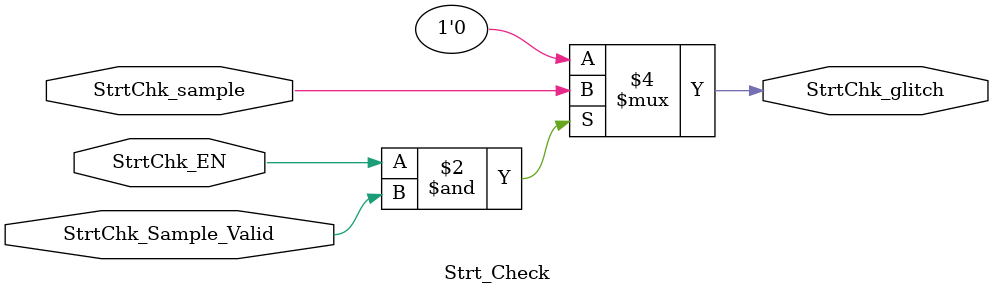
<source format=v>
module Strt_Check (
 input    wire    StrtChk_EN,
 input    wire    StrtChk_Sample_Valid,
 input    wire    StrtChk_sample,
 output   reg     StrtChk_glitch);

///////////////////start checking combinational logic/////////////////
 always@(*)
 begin
   if(StrtChk_EN & StrtChk_Sample_Valid)
     begin
       StrtChk_glitch = StrtChk_sample;
     end
   else
     begin
       StrtChk_glitch = 1'b0;
     end
 end
endmodule

</source>
